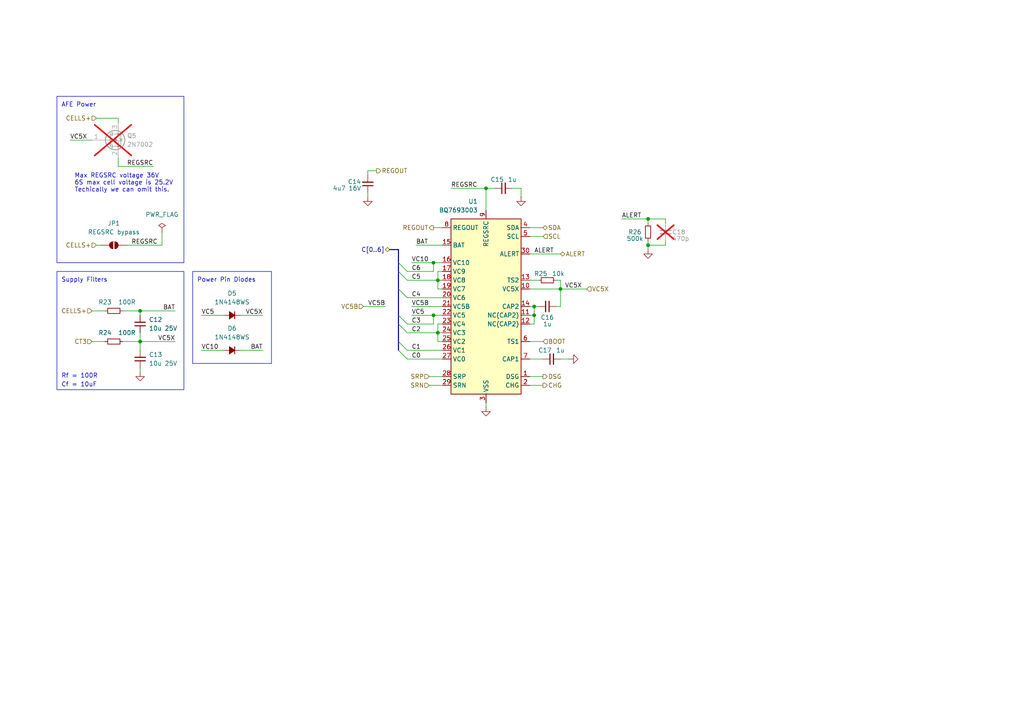
<source format=kicad_sch>
(kicad_sch (version 20231120) (generator "eeschema") (generator_version "8.0")
  (paper "A4")
  (lib_symbols
    (symbol "Battery_Management:BQ76930DBT"
      (property "Reference" "U" (at -7.62 26.67 0))
      (property "Value" "BQ76930DBT" (at 13.97 26.67 0))
      (symbol "BQ76930DBT_0_1"
        (rectangle (start -10.16 25.4) (end 10.16 -25.4) (stroke (width 0.254)) (fill (type background)))
      )
      (symbol "BQ76930DBT_1_0"
        (pin passive line (at -12.7 5.08 0) (length 2.54) (name "VC5X") (number "10"))
        (pin passive line (at -12.7 -2.54 0) (length 2.54) (name "NC(CAP2)") (number "11"))
        (pin passive line (at -12.7 -5.08 0) (length 2.54) (name "NC(CAP2)") (number "12"))
        (pin passive line (at -12.7 7.62 0) (length 2.54) (name "TS2") (number "13"))
        (pin passive line (at -12.7 0 0) (length 2.54) (name "CAP2") (number "14"))
        (pin input line (at 12.7 17.78 180) (length 2.54) (name "BAT") (number "15"))
        (pin input line (at 12.7 12.7 180) (length 2.54) (name "VC10") (number "16"))
        (pin input line (at 12.7 10.16 180) (length 2.54) (name "VC9") (number "17"))
        (pin input line (at 12.7 7.62 180) (length 2.54) (name "VC8") (number "18"))
        (pin input line (at 12.7 5.08 180) (length 2.54) (name "VC7") (number "19"))
        (pin input line (at 12.7 2.54 180) (length 2.54) (name "VC6") (number "20"))
        (pin input line (at 12.7 0 180) (length 2.54) (name "VC5B") (number "21"))
        (pin input line (at 12.7 -2.54 180) (length 2.54) (name "VC5") (number "22"))
        (pin input line (at 12.7 -5.08 180) (length 2.54) (name "VC4") (number "23"))
        (pin input line (at 12.7 -7.62 180) (length 2.54) (name "VC3") (number "24"))
        (pin input line (at 12.7 -10.16 180) (length 2.54) (name "VC2") (number "25"))
        (pin input line (at 12.7 -12.7 180) (length 2.54) (name "VC1") (number "26"))
        (pin input line (at 12.7 -15.24 180) (length 2.54) (name "VC0") (number "27"))
        (pin input line (at 12.7 -20.32 180) (length 2.54) (name "SRP") (number "28"))
        (pin input line (at 12.7 -22.86 180) (length 2.54) (name "SRN") (number "29"))
        (pin bidirectional line (at -12.7 15.24 0) (length 2.54) (name "ALERT") (number "30"))
        (pin passive line (at -12.7 -10.16 0) (length 2.54) (name "TS1") (number "6"))
        (pin passive line (at -12.7 -15.24 0) (length 2.54) (name "CAP1") (number "7"))
        (pin power_out line (at 12.7 22.86 180) (length 2.54) (name "REGOUT") (number "8"))
        (pin power_in line (at 0 27.94 270) (length 2.54) (name "REGSRC") (number "9"))
      )
      (symbol "BQ76930DBT_1_1"
        (pin output line (at -12.7 -20.32 0) (length 2.54) (name "DSG") (number "1"))
        (pin output line (at -12.7 -22.86 0) (length 2.54) (name "CHG") (number "2"))
        (pin power_in line (at 0 -27.94 90) (length 2.54) (name "VSS") (number "3"))
        (pin bidirectional line (at -12.7 22.86 0) (length 2.54) (name "SDA") (number "4"))
        (pin input line (at -12.7 20.32 0) (length 2.54) (name "SCL") (number "5"))
      )
    )
    (symbol "Device:C_Small" (pin_numbers hide) (pin_names (offset 0.254) hide)
      (property "Reference" "C" (at 0.254 1.778 0))
      (property "Value" "C_Small" (at 0.254 -2.032 0))
      (symbol "C_Small_0_1"
        (polyline (pts (xy -1.524 -0.508) (xy 1.524 -0.508)) (stroke (width 0.3302)))
        (polyline (pts (xy -1.524 0.508) (xy 1.524 0.508)) (stroke (width 0.3048)))
      )
      (symbol "C_Small_1_1"
        (pin passive line (at 0 2.54 270) (length 2.032) (name "~") (number "1"))
        (pin passive line (at 0 -2.54 90) (length 2.032) (name "~") (number "2"))
      )
    )
    (symbol "Device:D_Small_Filled" (pin_numbers hide) (pin_names (offset 0.254) hide)
      (property "Reference" "D" (at -1.27 2.032 0))
      (property "Value" "D_Small_Filled" (at -3.81 -2.032 0))
      (symbol "D_Small_Filled_0_1"
        (polyline (pts (xy -0.762 -1.016) (xy -0.762 1.016)) (stroke (width 0.254)))
        (polyline (pts (xy -0.762 0) (xy 0.762 0)))
        (polyline (pts (xy 0.762 -1.016) (xy -0.762 0) (xy 0.762 1.016) (xy 0.762 -1.016)) (stroke (width 0.254)) (fill (type outline)))
      )
      (symbol "D_Small_Filled_1_1"
        (pin passive line (at -2.54 0 0) (length 1.778) (name "K") (number "1"))
        (pin passive line (at 2.54 0 180) (length 1.778) (name "A") (number "2"))
      )
    )
    (symbol "Device:R_Small" (pin_numbers hide) (pin_names (offset 0.254) hide)
      (property "Reference" "R" (at 0.762 0.508 0))
      (property "Value" "R_Small" (at 0.762 -1.016 0))
      (symbol "R_Small_0_1"
        (rectangle (start -0.762 1.778) (end 0.762 -1.778) (stroke (width 0.2032)))
      )
      (symbol "R_Small_1_1"
        (pin passive line (at 0 2.54 270) (length 0.762) (name "~") (number "1"))
        (pin passive line (at 0 -2.54 90) (length 0.762) (name "~") (number "2"))
      )
    )
    (symbol "GND_1" (power) (pin_numbers hide) (pin_names (offset 0) hide)
      (property "Value" "GND" (at 0 -3.81 0))
      (symbol "GND_1_0_1"
        (polyline (pts (xy 0 0) (xy 0 -1.27) (xy 1.27 -1.27) (xy 0 -2.54) (xy -1.27 -1.27) (xy 0 -1.27)))
      )
      (symbol "GND_1_1_1"
        (pin power_in line (at 0 0 270) (length 0) (name "~") (number "1"))
      )
    )
    (symbol "Jumper:SolderJumper_2_Open" (pin_numbers hide) (pin_names (offset 0) hide) (exclude_from_sim yes) (in_bom no)
      (property "Reference" "JP" (at 0 2.032 0))
      (property "Value" "SolderJumper_2_Open" (at 0 -2.54 0))
      (symbol "SolderJumper_2_Open_0_1"
        (arc (start -0.254 1.016) (mid -1.2656 0) (end -0.254 -1.016))
        (arc (start -0.254 1.016) (mid -1.2656 0) (end -0.254 -1.016) (fill (type outline)))
        (polyline (pts (xy -0.254 1.016) (xy -0.254 -1.016)))
        (polyline (pts (xy 0.254 1.016) (xy 0.254 -1.016)))
        (arc (start 0.254 -1.016) (mid 1.2656 0) (end 0.254 1.016))
        (arc (start 0.254 -1.016) (mid 1.2656 0) (end 0.254 1.016) (fill (type outline)))
      )
      (symbol "SolderJumper_2_Open_1_1"
        (pin passive line (at -3.81 0 0) (length 2.54) (name "A") (number "1"))
        (pin passive line (at 3.81 0 180) (length 2.54) (name "B") (number "2"))
      )
    )
    (symbol "Transistor_FET:2N7002" (pin_names hide)
      (property "Reference" "Q" (at 5.08 1.905 0))
      (property "Value" "2N7002" (at 5.08 0 0))
      (symbol "2N7002_0_1"
        (polyline (pts (xy 0.254 0) (xy -2.54 0)))
        (polyline (pts (xy 0.254 1.905) (xy 0.254 -1.905)) (stroke (width 0.254)))
        (polyline (pts (xy 0.762 -1.27) (xy 0.762 -2.286)) (stroke (width 0.254)))
        (polyline (pts (xy 0.762 0.508) (xy 0.762 -0.508)) (stroke (width 0.254)))
        (polyline (pts (xy 0.762 2.286) (xy 0.762 1.27)) (stroke (width 0.254)))
        (polyline (pts (xy 2.54 2.54) (xy 2.54 1.778)))
        (polyline (pts (xy 2.54 -2.54) (xy 2.54 0) (xy 0.762 0)))
        (polyline (pts (xy 0.762 -1.778) (xy 3.302 -1.778) (xy 3.302 1.778) (xy 0.762 1.778)))
        (polyline (pts (xy 1.016 0) (xy 2.032 0.381) (xy 2.032 -0.381) (xy 1.016 0)) (fill (type outline)))
        (polyline (pts (xy 2.794 0.508) (xy 2.921 0.381) (xy 3.683 0.381) (xy 3.81 0.254)))
        (polyline (pts (xy 3.302 0.381) (xy 2.921 -0.254) (xy 3.683 -0.254) (xy 3.302 0.381)))
        (circle (center 1.651 0) (radius 2.794) (stroke (width 0.254)))
        (circle (center 2.54 -1.778) (radius 0.254) (fill (type outline)))
        (circle (center 2.54 1.778) (radius 0.254) (fill (type outline)))
      )
      (symbol "2N7002_1_1"
        (pin input line (at -5.08 0 0) (length 2.54) (name "G") (number "1"))
        (pin passive line (at 2.54 -5.08 90) (length 2.54) (name "S") (number "2"))
        (pin passive line (at 2.54 5.08 270) (length 2.54) (name "D") (number "3"))
      )
    )
    (symbol "power:GND" (power) (pin_numbers hide) (pin_names (offset 0) hide)
      (property "Value" "GND" (at 0 -3.81 0))
      (symbol "GND_0_1"
        (polyline (pts (xy 0 0) (xy 0 -1.27) (xy 1.27 -1.27) (xy 0 -2.54) (xy -1.27 -1.27) (xy 0 -1.27)))
      )
      (symbol "GND_1_1"
        (pin power_in line (at 0 0 270) (length 0) (name "~") (number "1"))
      )
    )
    (symbol "power:PWR_FLAG" (power) (pin_numbers hide) (pin_names (offset 0) hide)
      (property "Value" "PWR_FLAG" (at 0 3.81 0))
      (symbol "PWR_FLAG_0_0"
        (pin power_out line (at 0 0 90) (length 0) (name "~") (number "1"))
      )
      (symbol "PWR_FLAG_0_1"
        (polyline (pts (xy 0 0) (xy 0 1.27) (xy -1.016 1.905) (xy 0 2.54) (xy 1.016 1.905) (xy 0 1.27)))
      )
    )
  )
  (junction (at 154.94 91.44))
  (junction (at 187.96 71.12))
  (junction (at 125.73 76.2))
  (junction (at 125.73 91.44))
  (junction (at 154.94 88.9))
  (junction (at 40.64 90.17))
  (junction (at 140.97 54.61))
  (junction (at 127 96.52))
  (junction (at 40.64 99.06))
  (junction (at 187.96 63.5))
  (junction (at 162.56 83.82))
  (junction (at 127 81.28))
  (bus_entry (at 115.57 76.2) (size 2.54 2.54))
  (bus_entry (at 115.57 83.82) (size 2.54 2.54))
  (bus_entry (at 115.57 91.44) (size 2.54 2.54))
  (bus_entry (at 115.57 99.06) (size 2.54 2.54))
  (bus_entry (at 115.57 101.6) (size 2.54 2.54))
  (bus_entry (at 115.57 93.98) (size 2.54 2.54))
  (bus_entry (at 115.57 78.74) (size 2.54 2.54))
  (wire (pts (xy 50.8 90.17) (xy 40.64 90.17)))
  (wire (pts (xy 34.29 34.29) (xy 27.94 34.29)))
  (wire (pts (xy 153.67 99.06) (xy 157.48 99.06)))
  (wire (pts (xy 153.67 73.66) (xy 162.56 73.66)))
  (bus (pts (xy 115.57 93.98) (xy 115.57 99.06)))
  (wire (pts (xy 153.67 66.04) (xy 157.48 66.04)))
  (wire (pts (xy 153.67 68.58) (xy 157.48 68.58)))
  (wire (pts (xy 118.11 104.14) (xy 128.27 104.14)))
  (wire (pts (xy 34.29 34.29) (xy 34.29 35.56)))
  (bus (pts (xy 113.03 72.39) (xy 115.57 72.39)))
  (wire (pts (xy 154.94 88.9) (xy 154.94 91.44)))
  (wire (pts (xy 118.11 78.74) (xy 125.73 78.74)))
  (wire (pts (xy 153.67 83.82) (xy 162.56 83.82)))
  (wire (pts (xy 119.38 88.9) (xy 128.27 88.9)))
  (wire (pts (xy 119.38 76.2) (xy 125.73 76.2)))
  (wire (pts (xy 187.96 63.5) (xy 193.04 63.5)))
  (wire (pts (xy 151.13 54.61) (xy 148.59 54.61)))
  (wire (pts (xy 58.42 91.44) (xy 64.77 91.44)))
  (wire (pts (xy 127 81.28) (xy 127 83.82)))
  (wire (pts (xy 120.65 71.12) (xy 128.27 71.12)))
  (wire (pts (xy 106.68 49.53) (xy 109.22 49.53)))
  (wire (pts (xy 40.64 107.95) (xy 40.64 106.68)))
  (wire (pts (xy 128.27 93.98) (xy 127 93.98)))
  (wire (pts (xy 127 78.74) (xy 127 81.28)))
  (wire (pts (xy 40.64 91.44) (xy 40.64 90.17)))
  (wire (pts (xy 35.56 99.06) (xy 40.64 99.06)))
  (wire (pts (xy 106.68 50.8) (xy 106.68 49.53)))
  (wire (pts (xy 193.04 63.5) (xy 193.04 64.77)))
  (wire (pts (xy 125.73 76.2) (xy 128.27 76.2)))
  (wire (pts (xy 124.46 109.22) (xy 128.27 109.22)))
  (bus (pts (xy 115.57 83.82) (xy 115.57 91.44)))
  (wire (pts (xy 153.67 111.76) (xy 157.48 111.76)))
  (wire (pts (xy 118.11 96.52) (xy 127 96.52)))
  (wire (pts (xy 128.27 81.28) (xy 127 81.28)))
  (wire (pts (xy 154.94 93.98) (xy 154.94 91.44)))
  (wire (pts (xy 125.73 93.98) (xy 125.73 91.44)))
  (wire (pts (xy 27.94 71.12) (xy 29.21 71.12)))
  (wire (pts (xy 118.11 93.98) (xy 125.73 93.98)))
  (wire (pts (xy 30.48 90.17) (xy 26.67 90.17)))
  (wire (pts (xy 105.41 88.9) (xy 111.76 88.9)))
  (wire (pts (xy 130.81 54.61) (xy 140.97 54.61)))
  (wire (pts (xy 151.13 57.15) (xy 151.13 54.61)))
  (wire (pts (xy 162.56 83.82) (xy 170.18 83.82)))
  (wire (pts (xy 106.68 55.88) (xy 106.68 57.15)))
  (wire (pts (xy 161.29 88.9) (xy 162.56 88.9)))
  (wire (pts (xy 127 96.52) (xy 127 99.06)))
  (wire (pts (xy 40.64 99.06) (xy 40.64 101.6)))
  (wire (pts (xy 161.29 81.28) (xy 162.56 81.28)))
  (bus (pts (xy 115.57 76.2) (xy 115.57 78.74)))
  (wire (pts (xy 140.97 54.61) (xy 143.51 54.61)))
  (wire (pts (xy 26.67 99.06) (xy 30.48 99.06)))
  (wire (pts (xy 153.67 104.14) (xy 157.48 104.14)))
  (wire (pts (xy 193.04 71.12) (xy 187.96 71.12)))
  (wire (pts (xy 153.67 88.9) (xy 154.94 88.9)))
  (wire (pts (xy 162.56 83.82) (xy 162.56 88.9)))
  (wire (pts (xy 36.83 71.12) (xy 46.99 71.12)))
  (wire (pts (xy 140.97 54.61) (xy 140.97 60.96)))
  (wire (pts (xy 128.27 78.74) (xy 127 78.74)))
  (bus (pts (xy 115.57 99.06) (xy 115.57 101.6)))
  (wire (pts (xy 180.34 63.5) (xy 187.96 63.5)))
  (wire (pts (xy 125.73 66.04) (xy 128.27 66.04)))
  (wire (pts (xy 125.73 78.74) (xy 125.73 76.2)))
  (wire (pts (xy 127 99.06) (xy 128.27 99.06)))
  (wire (pts (xy 153.67 93.98) (xy 154.94 93.98)))
  (wire (pts (xy 193.04 69.85) (xy 193.04 71.12)))
  (wire (pts (xy 118.11 86.36) (xy 128.27 86.36)))
  (wire (pts (xy 187.96 71.12) (xy 187.96 72.39)))
  (wire (pts (xy 76.2 101.6) (xy 69.85 101.6)))
  (wire (pts (xy 140.97 116.84) (xy 140.97 118.11)))
  (wire (pts (xy 153.67 109.22) (xy 157.48 109.22)))
  (wire (pts (xy 125.73 91.44) (xy 128.27 91.44)))
  (wire (pts (xy 154.94 91.44) (xy 153.67 91.44)))
  (wire (pts (xy 118.11 81.28) (xy 127 81.28)))
  (wire (pts (xy 153.67 81.28) (xy 156.21 81.28)))
  (wire (pts (xy 187.96 69.85) (xy 187.96 71.12)))
  (wire (pts (xy 34.29 48.26) (xy 44.45 48.26)))
  (wire (pts (xy 162.56 81.28) (xy 162.56 83.82)))
  (wire (pts (xy 20.32 40.64) (xy 26.67 40.64)))
  (wire (pts (xy 127 83.82) (xy 128.27 83.82)))
  (bus (pts (xy 115.57 78.74) (xy 115.57 83.82)))
  (wire (pts (xy 119.38 91.44) (xy 125.73 91.44)))
  (wire (pts (xy 34.29 48.26) (xy 34.29 45.72)))
  (wire (pts (xy 46.99 67.31) (xy 46.99 71.12)))
  (wire (pts (xy 127 93.98) (xy 127 96.52)))
  (wire (pts (xy 128.27 96.52) (xy 127 96.52)))
  (wire (pts (xy 40.64 96.52) (xy 40.64 99.06)))
  (wire (pts (xy 50.8 99.06) (xy 40.64 99.06)))
  (wire (pts (xy 154.94 88.9) (xy 156.21 88.9)))
  (bus (pts (xy 115.57 91.44) (xy 115.57 93.98)))
  (wire (pts (xy 118.11 101.6) (xy 128.27 101.6)))
  (wire (pts (xy 76.2 91.44) (xy 69.85 91.44)))
  (wire (pts (xy 162.56 104.14) (xy 165.1 104.14)))
  (wire (pts (xy 35.56 90.17) (xy 40.64 90.17)))
  (wire (pts (xy 58.42 101.6) (xy 64.77 101.6)))
  (wire (pts (xy 124.46 111.76) (xy 128.27 111.76)))
  (wire (pts (xy 187.96 63.5) (xy 187.96 64.77)))
  (bus (pts (xy 115.57 72.39) (xy 115.57 76.2)))
  (rectangle (start 55.88 78.74) (end 78.74 105.41))
  (rectangle (start 16.51 78.74) (end 53.34 113.03))
  (rectangle (start 16.51 27.94) (end 53.34 76.2))
  (text "Max REGSRC voltage 36V\n6S max cell voltage is 25.2V\nTechically we can omit this." (at 21.59 55.88 0) (effects (font (size 1.27 1.27)) (justify left bottom)))
  (text "AFE Power" (at 17.78 30.48 0) (effects (font (size 1.27 1.27)) (justify left)))
  (text "Cf = 10uF" (at 17.78 112.395 0) (effects (font (size 1.27 1.27)) (justify left bottom)))
  (text "Power Pin Diodes" (at 57.15 81.28 0) (effects (font (size 1.27 1.27)) (justify left)))
  (text "Supply Filters" (at 17.78 81.28 0) (effects (font (size 1.27 1.27)) (justify left)))
  (text "Rf = 100R" (at 17.78 109.855 0) (effects (font (size 1.27 1.27)) (justify left bottom)))
  (label "C6" (at 119.38 78.74 0))
  (label "C2" (at 119.38 96.52 0))
  (label "C3" (at 119.38 93.98 0))
  (label "VC5X" (at 163.83 83.82 0))
  (label "VC5" (at 58.42 91.44 0))
  (label "VC10" (at 119.38 76.2 0))
  (label "BAT" (at 76.2 101.6 180))
  (label "C4" (at 119.38 86.36 0))
  (label "REGSRC" (at 45.72 71.12 180))
  (label "BAT" (at 120.65 71.12 0))
  (label "BAT" (at 50.8 90.17 180))
  (label "C1" (at 119.38 101.6 0))
  (label "VC5X" (at 50.8 99.06 180))
  (label "VC5B" (at 119.38 88.9 0))
  (label "REGSRC" (at 130.81 54.61 0))
  (label "VC5X" (at 20.32 40.64 0))
  (label "ALERT" (at 180.34 63.5 0))
  (label "VC5X" (at 76.2 91.44 180))
  (label "REGSRC" (at 44.45 48.26 180))
  (label "VC5B" (at 111.76 88.9 180))
  (label "ALERT" (at 154.94 73.66 0))
  (label "VC5" (at 119.38 91.44 0))
  (label "C0" (at 119.38 104.14 0))
  (label "VC10" (at 58.42 101.6 0))
  (label "C5" (at 119.38 81.28 0))
  (hierarchical_label "CELLS+" (shape input) (at 27.94 71.12 180))
  (hierarchical_label "DSG" (shape output) (at 157.48 109.22 0))
  (hierarchical_label "BOOT" (shape input) (at 157.48 99.06 0))
  (hierarchical_label "REGOUT" (shape output) (at 125.73 66.04 180))
  (hierarchical_label "SRP" (shape input) (at 124.46 109.22 180))
  (hierarchical_label "CHG" (shape output) (at 157.48 111.76 0))
  (hierarchical_label "C[0..6]" (shape bidirectional) (at 113.03 72.39 180))
  (hierarchical_label "CELLS+" (shape input) (at 26.67 90.17 180))
  (hierarchical_label "CELLS+" (shape input) (at 27.94 34.29 180))
  (hierarchical_label "SRN" (shape input) (at 124.46 111.76 180))
  (hierarchical_label "CT3" (shape input) (at 26.67 99.06 180))
  (hierarchical_label "REGOUT" (shape output) (at 109.22 49.53 0))
  (hierarchical_label "VC5B" (shape input) (at 105.41 88.9 180))
  (hierarchical_label "ALERT" (shape bidirectional) (at 162.56 73.66 0))
  (hierarchical_label "VC5X" (shape input) (at 170.18 83.82 0))
  (hierarchical_label "SCL" (shape input) (at 157.48 68.58 0))
  (hierarchical_label "SDA" (shape bidirectional) (at 157.48 66.04 0))
  (symbol (lib_id "Device:C_Small") (at 193.04 67.31 0) (unit 1) (dnp yes)
    (property "Reference" "C18" (at 194.945 67.31 0) (effects (justify left)))
    (property "Value" "470p" (at 194.945 69.215 0) (effects (justify left)))
    (property "Footprint" "Capacitor_SMD:C_0402_1005Metric" (effects (hide yes)))
    (property "Description" "Unpolarized capacitor, small symbol" (effects (hide yes)))
  )
  (symbol (lib_id "power:GND") (at 106.68 57.15 0) (mirror y) (unit 1)
    (property "Reference" "#PWR020" (effects (hide yes)))
    (property "Value" "GND" (effects (hide yes)))
    (property "Description" "Power symbol creates a global label with name \"GND\" , ground" (effects (hide yes)))
  )
  (symbol (lib_id "Device:R_Small") (at 158.75 81.28 90) (unit 1)
    (property "Reference" "R25" (at 156.845 79.375 90))
    (property "Value" "10k" (at 161.925 79.375 90))
    (property "Footprint" "Resistor_SMD:R_0402_1005Metric" (effects (hide yes)))
    (property "Description" "Resistor, small symbol" (effects (hide yes)))
  )
  (symbol (lib_name "GND_1") (lib_id "power:GND") (at 165.1 104.14 90) (mirror x) (unit 1)
    (property "Reference" "#PWR023" (effects (hide yes)))
    (property "Value" "GND" (effects (hide yes)))
    (property "Description" "Power symbol creates a global label with name \"GND\" , ground" (effects (hide yes)))
  )
  (symbol (lib_id "Device:R_Small") (at 33.02 99.06 90) (unit 1)
    (property "Reference" "R24" (at 30.48 96.52 90))
    (property "Value" "100R" (at 36.83 96.52 90))
    (property "Footprint" "Resistor_SMD:R_0402_1005Metric" (effects (hide yes)))
    (property "Description" "Resistor, small symbol" (effects (hide yes)))
  )
  (symbol (lib_id "power:GND") (at 187.96 72.39 0) (mirror y) (unit 1)
    (property "Reference" "#PWR024" (effects (hide yes)))
    (property "Value" "GND" (effects (hide yes)))
    (property "Description" "Power symbol creates a global label with name \"GND\" , ground" (effects (hide yes)))
  )
  (symbol (lib_id "Device:C_Small") (at 146.05 54.61 90) (unit 1)
    (property "Reference" "C15" (at 142.24 52.07 90) (effects (justify right)))
    (property "Value" "1u" (at 147.32 52.07 90) (effects (justify right)))
    (property "Footprint" "Capacitor_SMD:C_0603_1608Metric" (effects (hide yes)))
    (property "Description" "Unpolarized capacitor, small symbol" (effects (hide yes)))
  )
  (symbol (lib_id "Battery_Management:BQ76930DBT") (at 140.97 88.9 0) (mirror y) (unit 1)
    (property "Reference" "U1" (at 138.5871 58.42 0) (effects (justify left)))
    (property "Value" "BQ7693003" (at 138.5871 60.96 0) (effects (justify left)))
    (property "Footprint" "Package_SO:TSSOP-30_4.4x7.8mm_P0.5mm" (effects (hide yes)))
    (property "Datasheet" "http://www.ti.com/lit/ds/symlink/bq76930.pdf" (effects (hide yes)))
    (property "Description" "Lithium battery monitor, 6-10 cells, integrated balancing, I2C interface, TSSOP-30" (effects (hide yes)))
  )
  (symbol (lib_id "Device:R_Small") (at 33.02 90.17 270) (unit 1)
    (property "Reference" "R23" (at 30.48 87.63 90))
    (property "Value" "100R" (at 36.83 87.63 90))
    (property "Footprint" "Resistor_SMD:R_0402_1005Metric" (effects (hide yes)))
    (property "Description" "Resistor, small symbol" (effects (hide yes)))
  )
  (symbol (lib_id "power:PWR_FLAG") (at 46.99 67.31 0) (unit 1)
    (property "Reference" "#FLG06" (effects (hide yes)))
    (property "Value" "PWR_FLAG" (at 46.99 62.23 0))
    (property "Description" "Special symbol for telling ERC where power comes from" (effects (hide yes)))
  )
  (symbol (lib_id "Device:C_Small") (at 40.64 93.98 180) (unit 1)
    (property "Reference" "C12" (at 43.18 92.7036 0) (effects (justify right)))
    (property "Value" "10u 25V" (at 43.18 95.2436 0) (effects (justify right)))
    (property "Footprint" "Capacitor_SMD:C_0805_2012Metric" (effects (hide yes)))
    (property "Description" "Unpolarized capacitor, small symbol" (effects (hide yes)))
  )
  (symbol (lib_id "Device:C_Small") (at 160.02 104.14 90) (unit 1)
    (property "Reference" "C17" (at 160.02 101.6 90) (effects (justify left)))
    (property "Value" "1u" (at 163.83 101.6 90) (effects (justify left)))
    (property "Footprint" "Capacitor_SMD:C_0402_1005Metric" (effects (hide yes)))
    (property "Description" "Unpolarized capacitor, small symbol" (effects (hide yes)))
  )
  (symbol (lib_id "Device:C_Small") (at 106.68 53.34 0) (mirror x) (unit 1)
    (property "Reference" "C14" (at 104.775 52.705 0) (effects (justify right)))
    (property "Value" "4u7 16V" (at 104.775 54.61 0) (effects (justify right)))
    (property "Footprint" "Capacitor_SMD:C_0603_1608Metric" (effects (hide yes)))
    (property "Description" "Unpolarized capacitor, small symbol" (effects (hide yes)))
  )
  (symbol (lib_id "Device:D_Small_Filled") (at 67.31 91.44 0) (mirror y) (unit 1)
    (property "Reference" "D5" (at 67.31 85.09 0))
    (property "Value" "1N4148WS" (at 67.31 87.63 0))
    (property "Footprint" "Diode_SMD:D_SOD-323" (effects (hide yes)))
    (property "Description" "Diode, small symbol, filled shape" (effects (hide yes)))
    (property "Sim.Device" "D" (effects (hide yes)))
    (property "Sim.Pins" "1=K 2=A" (effects (hide yes)))
  )
  (symbol (lib_id "Device:D_Small_Filled") (at 67.31 101.6 0) (mirror y) (unit 1)
    (property "Reference" "D6" (at 67.31 95.25 0))
    (property "Value" "1N4148WS" (at 67.31 97.79 0))
    (property "Footprint" "Diode_SMD:D_SOD-323" (effects (hide yes)))
    (property "Description" "Diode, small symbol, filled shape" (effects (hide yes)))
    (property "Sim.Device" "D" (effects (hide yes)))
    (property "Sim.Pins" "1=K 2=A" (effects (hide yes)))
  )
  (symbol (lib_id "Device:R_Small") (at 187.96 67.31 0) (mirror x) (unit 1)
    (property "Reference" "R26" (at 184.15 67.31 0))
    (property "Value" "500k" (at 184.15 69.215 0))
    (property "Footprint" "Resistor_SMD:R_0402_1005Metric" (effects (hide yes)))
    (property "Description" "Resistor, small symbol" (effects (hide yes)))
  )
  (symbol (lib_id "Transistor_FET:2N7002") (at 31.75 40.64 0) (unit 1) (dnp yes)
    (property "Reference" "Q5" (at 36.83 39.37 0) (effects (justify left)))
    (property "Value" "2N7002" (at 36.83 41.91 0) (effects (justify left)))
    (property "Footprint" "Package_TO_SOT_SMD:SOT-23" (effects (hide yes)))
    (property "Datasheet" "https://www.onsemi.com/pub/Collateral/NDS7002A-D.PDF" (effects (hide yes)))
    (property "Description" "0.115A Id, 60V Vds, N-Channel MOSFET, SOT-23" (effects (hide yes)))
  )
  (symbol (lib_id "Jumper:SolderJumper_2_Open") (at 33.02 71.12 180) (unit 1) (exclude_from_sim yes) (in_bom no)
    (property "Reference" "JP1" (at 33.02 64.77 0))
    (property "Value" "REGSRC bypass" (at 33.02 67.31 0))
    (property "Footprint" "Jumper:SolderJumper-2_P1.3mm_Open_TrianglePad1.0x1.5mm" (effects (hide yes)))
    (property "Description" "Solder Jumper, 2-pole, open" (effects (hide yes)))
  )
  (symbol (lib_id "power:GND") (at 40.64 107.95 0) (mirror y) (unit 1)
    (property "Reference" "#PWR019" (effects (hide yes)))
    (property "Value" "GND" (effects (hide yes)))
    (property "Description" "Power symbol creates a global label with name \"GND\" , ground" (effects (hide yes)))
  )
  (symbol (lib_id "power:GND") (at 151.13 57.15 0) (mirror y) (unit 1)
    (property "Reference" "#PWR022" (effects (hide yes)))
    (property "Value" "GND" (effects (hide yes)))
    (property "Description" "Power symbol creates a global label with name \"GND\" , ground" (effects (hide yes)))
  )
  (symbol (lib_name "GND_1") (lib_id "power:GND") (at 140.97 118.11 0) (mirror y) (unit 1)
    (property "Reference" "#PWR021" (effects (hide yes)))
    (property "Value" "GND" (effects (hide yes)))
    (property "Description" "Power symbol creates a global label with name \"GND\" , ground" (effects (hide yes)))
  )
  (symbol (lib_id "Device:C_Small") (at 40.64 104.14 180) (unit 1)
    (property "Reference" "C13" (at 43.18 102.8636 0) (effects (justify right)))
    (property "Value" "10u 25V" (at 43.18 105.4036 0) (effects (justify right)))
    (property "Footprint" "Capacitor_SMD:C_0805_2012Metric" (effects (hide yes)))
    (property "Description" "Unpolarized capacitor, small symbol" (effects (hide yes)))
  )
  (symbol (lib_id "Device:C_Small") (at 158.75 88.9 270) (unit 1)
    (property "Reference" "C16" (at 158.75 92.075 90))
    (property "Value" "1u" (at 157.48 93.98 90) (effects (justify left)))
    (property "Footprint" "Capacitor_SMD:C_0402_1005Metric" (effects (hide yes)))
    (property "Description" "Unpolarized capacitor, small symbol" (effects (hide yes)))
  )
)
</source>
